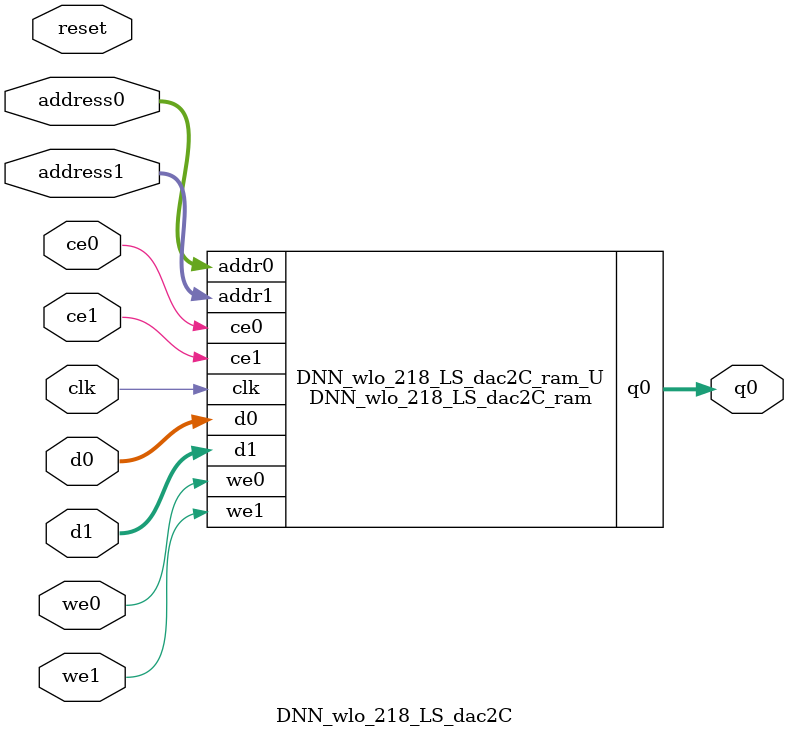
<source format=v>
`timescale 1 ns / 1 ps
module DNN_wlo_218_LS_dac2C_ram (addr0, ce0, d0, we0, q0, addr1, ce1, d1, we1,  clk);

parameter DWIDTH = 21;
parameter AWIDTH = 7;
parameter MEM_SIZE = 104;

input[AWIDTH-1:0] addr0;
input ce0;
input[DWIDTH-1:0] d0;
input we0;
output reg[DWIDTH-1:0] q0;
input[AWIDTH-1:0] addr1;
input ce1;
input[DWIDTH-1:0] d1;
input we1;
input clk;

(* ram_style = "block" *)reg [DWIDTH-1:0] ram[0:MEM_SIZE-1];




always @(posedge clk)  
begin 
    if (ce0) 
    begin
        if (we0) 
        begin 
            ram[addr0] <= d0; 
        end 
        q0 <= ram[addr0];
    end
end


always @(posedge clk)  
begin 
    if (ce1) 
    begin
        if (we1) 
        begin 
            ram[addr1] <= d1; 
        end 
    end
end


endmodule

`timescale 1 ns / 1 ps
module DNN_wlo_218_LS_dac2C(
    reset,
    clk,
    address0,
    ce0,
    we0,
    d0,
    q0,
    address1,
    ce1,
    we1,
    d1);

parameter DataWidth = 32'd21;
parameter AddressRange = 32'd104;
parameter AddressWidth = 32'd7;
input reset;
input clk;
input[AddressWidth - 1:0] address0;
input ce0;
input we0;
input[DataWidth - 1:0] d0;
output[DataWidth - 1:0] q0;
input[AddressWidth - 1:0] address1;
input ce1;
input we1;
input[DataWidth - 1:0] d1;



DNN_wlo_218_LS_dac2C_ram DNN_wlo_218_LS_dac2C_ram_U(
    .clk( clk ),
    .addr0( address0 ),
    .ce0( ce0 ),
    .we0( we0 ),
    .d0( d0 ),
    .q0( q0 ),
    .addr1( address1 ),
    .ce1( ce1 ),
    .we1( we1 ),
    .d1( d1 ));

endmodule


</source>
